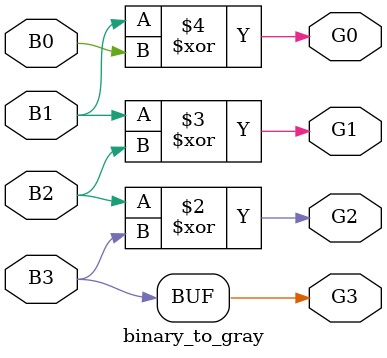
<source format=sv>
`timescale 1ns/1ps
module binary_to_gray(B3,B2,B1,B0,G3,G2,G1,G0);
    input B3,B2,B1,B0;
    output G3,G2,G1,G0;
    and a1(G3,B3,B3);
    xor x3(G2,B2,B3);
    xor x2(G1,B1,B2);
    xor x1(G0,B1,B0);
endmodule
</source>
